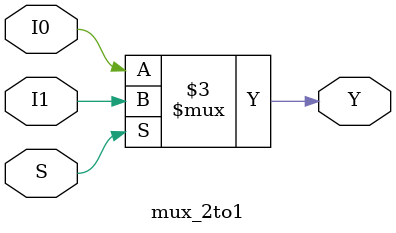
<source format=v>
module mux_2to1(
	input I0,I1,S,
	output reg Y);

	always @(*) begin
		if(S)
			Y = I1;
		else
			Y = I0;
	end
                
endmodule
</source>
